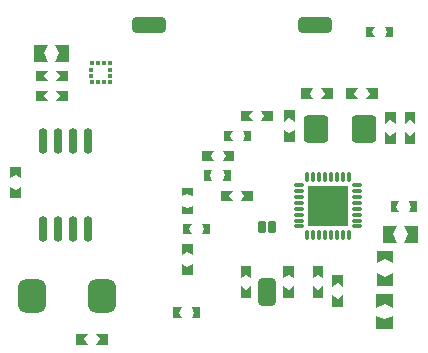
<source format=gtp>
G04 Layer_Color=8421504*
%FSLAX24Y24*%
%MOIN*%
G70*
G01*
G75*
G04:AMPARAMS|DCode=15|XSize=94.5mil|YSize=110.2mil|CornerRadius=23.6mil|HoleSize=0mil|Usage=FLASHONLY|Rotation=180.000|XOffset=0mil|YOffset=0mil|HoleType=Round|Shape=RoundedRectangle|*
%AMROUNDEDRECTD15*
21,1,0.0945,0.0630,0,0,180.0*
21,1,0.0472,0.1102,0,0,180.0*
1,1,0.0472,-0.0236,0.0315*
1,1,0.0472,0.0236,0.0315*
1,1,0.0472,0.0236,-0.0315*
1,1,0.0472,-0.0236,-0.0315*
%
%ADD15ROUNDEDRECTD15*%
%ADD16R,0.0118X0.0157*%
%ADD17R,0.0157X0.0118*%
G04:AMPARAMS|DCode=19|XSize=90.6mil|YSize=82.7mil|CornerRadius=12.4mil|HoleSize=0mil|Usage=FLASHONLY|Rotation=90.000|XOffset=0mil|YOffset=0mil|HoleType=Round|Shape=RoundedRectangle|*
%AMROUNDEDRECTD19*
21,1,0.0906,0.0579,0,0,90.0*
21,1,0.0657,0.0827,0,0,90.0*
1,1,0.0248,0.0289,0.0329*
1,1,0.0248,0.0289,-0.0329*
1,1,0.0248,-0.0289,-0.0329*
1,1,0.0248,-0.0289,0.0329*
%
%ADD19ROUNDEDRECTD19*%
%ADD20R,0.1358X0.1358*%
%ADD21O,0.0335X0.0110*%
%ADD22O,0.0110X0.0335*%
G04:AMPARAMS|DCode=25|XSize=43.3mil|YSize=23.6mil|CornerRadius=5.9mil|HoleSize=0mil|Usage=FLASHONLY|Rotation=270.000|XOffset=0mil|YOffset=0mil|HoleType=Round|Shape=RoundedRectangle|*
%AMROUNDEDRECTD25*
21,1,0.0433,0.0118,0,0,270.0*
21,1,0.0315,0.0236,0,0,270.0*
1,1,0.0118,-0.0059,-0.0157*
1,1,0.0118,-0.0059,0.0157*
1,1,0.0118,0.0059,0.0157*
1,1,0.0118,0.0059,-0.0157*
%
%ADD25ROUNDEDRECTD25*%
G04:AMPARAMS|DCode=26|XSize=94.5mil|YSize=59.1mil|CornerRadius=14.8mil|HoleSize=0mil|Usage=FLASHONLY|Rotation=270.000|XOffset=0mil|YOffset=0mil|HoleType=Round|Shape=RoundedRectangle|*
%AMROUNDEDRECTD26*
21,1,0.0945,0.0295,0,0,270.0*
21,1,0.0650,0.0591,0,0,270.0*
1,1,0.0295,-0.0148,-0.0325*
1,1,0.0295,-0.0148,0.0325*
1,1,0.0295,0.0148,0.0325*
1,1,0.0295,0.0148,-0.0325*
%
%ADD26ROUNDEDRECTD26*%
%ADD28O,0.0295X0.0850*%
G04:AMPARAMS|DCode=29|XSize=114.2mil|YSize=51.2mil|CornerRadius=12.8mil|HoleSize=0mil|Usage=FLASHONLY|Rotation=180.000|XOffset=0mil|YOffset=0mil|HoleType=Round|Shape=RoundedRectangle|*
%AMROUNDEDRECTD29*
21,1,0.1142,0.0256,0,0,180.0*
21,1,0.0886,0.0512,0,0,180.0*
1,1,0.0256,-0.0443,0.0128*
1,1,0.0256,0.0443,0.0128*
1,1,0.0256,0.0443,-0.0128*
1,1,0.0256,-0.0443,-0.0128*
%
%ADD29ROUNDEDRECTD29*%
G36*
X39675Y41358D02*
X39399D01*
X39478Y41535D01*
X39399Y41713D01*
X39675D01*
Y41358D01*
D02*
G37*
G36*
X38986Y41535D02*
X39065Y41358D01*
X38789D01*
Y41713D01*
X39065D01*
X38986Y41535D01*
D02*
G37*
G36*
X28878Y40532D02*
X28425D01*
X28553Y40817D01*
X28425Y41102D01*
X28878D01*
Y40532D01*
D02*
G37*
G36*
X28041Y40817D02*
X28169Y40532D01*
X27717D01*
Y41102D01*
X28169D01*
X28041Y40817D01*
D02*
G37*
G36*
X28848Y39892D02*
X28455D01*
X28573Y40069D01*
X28455Y40246D01*
X28848D01*
Y39892D01*
D02*
G37*
G36*
X28061Y40069D02*
X28179Y39892D01*
X27785D01*
Y40246D01*
X28179D01*
X28061Y40069D01*
D02*
G37*
G36*
X39173Y39301D02*
X38780D01*
X38898Y39478D01*
X38780Y39656D01*
X39173D01*
Y39301D01*
D02*
G37*
G36*
X38386Y39478D02*
X38504Y39301D01*
X38110D01*
Y39656D01*
X38504D01*
X38386Y39478D01*
D02*
G37*
G36*
X37687Y39301D02*
X37293D01*
X37411Y39478D01*
X37293Y39656D01*
X37687D01*
Y39301D01*
D02*
G37*
G36*
X36900Y39478D02*
X37018Y39301D01*
X36624D01*
Y39656D01*
X37018D01*
X36900Y39478D01*
D02*
G37*
G36*
X28848Y39222D02*
X28455D01*
X28573Y39400D01*
X28455Y39577D01*
X28848D01*
Y39222D01*
D02*
G37*
G36*
X28061Y39400D02*
X28179Y39222D01*
X27785D01*
Y39577D01*
X28179D01*
X28061Y39400D01*
D02*
G37*
G36*
X35669Y38553D02*
X35276D01*
X35394Y38730D01*
X35276Y38907D01*
X35669D01*
Y38553D01*
D02*
G37*
G36*
X34882Y38730D02*
X35000Y38553D01*
X34606D01*
Y38907D01*
X35000D01*
X34882Y38730D01*
D02*
G37*
G36*
X36398Y38543D02*
X36220Y38661D01*
X36043Y38543D01*
Y38937D01*
X36398D01*
Y38543D01*
D02*
G37*
G36*
X40423Y38465D02*
X40246Y38583D01*
X40069Y38465D01*
Y38858D01*
X40423D01*
Y38465D01*
D02*
G37*
G36*
X39764Y38465D02*
X39587Y38583D01*
X39409Y38465D01*
Y38858D01*
X39764D01*
Y38465D01*
D02*
G37*
G36*
X36398Y37874D02*
X36043D01*
Y38268D01*
X36220Y38150D01*
X36398Y38268D01*
Y37874D01*
D02*
G37*
G36*
X40423Y37795D02*
X40069D01*
Y38189D01*
X40246Y38071D01*
X40423Y38189D01*
Y37795D01*
D02*
G37*
G36*
X39764Y37795D02*
X39409D01*
Y38189D01*
X39587Y38071D01*
X39764Y38189D01*
Y37795D01*
D02*
G37*
G36*
X34941Y37884D02*
X34665D01*
X34744Y38061D01*
X34665Y38238D01*
X34941D01*
Y37884D01*
D02*
G37*
G36*
X34252Y38061D02*
X34331Y37884D01*
X34055D01*
Y38238D01*
X34331D01*
X34252Y38061D01*
D02*
G37*
G36*
X34390Y37215D02*
X33996D01*
X34114Y37392D01*
X33996Y37569D01*
X34390D01*
Y37215D01*
D02*
G37*
G36*
X33602Y37392D02*
X33720Y37215D01*
X33327D01*
Y37569D01*
X33720D01*
X33602Y37392D01*
D02*
G37*
G36*
X27274Y36654D02*
X27096Y36772D01*
X26919Y36654D01*
Y37047D01*
X27274D01*
Y36654D01*
D02*
G37*
G36*
X34272Y36575D02*
X33996D01*
X34075Y36752D01*
X33996Y36929D01*
X34272D01*
Y36575D01*
D02*
G37*
G36*
X33583Y36752D02*
X33662Y36575D01*
X33386D01*
Y36929D01*
X33662D01*
X33583Y36752D01*
D02*
G37*
G36*
X27274Y35984D02*
X26919D01*
Y36378D01*
X27096Y36260D01*
X27274Y36378D01*
Y35984D01*
D02*
G37*
G36*
X33002Y36063D02*
X32825Y36142D01*
X32648Y36063D01*
Y36339D01*
X33002D01*
Y36063D01*
D02*
G37*
G36*
X35000Y35886D02*
X34606D01*
X34724Y36063D01*
X34606Y36240D01*
X35000D01*
Y35886D01*
D02*
G37*
G36*
X34213Y36063D02*
X34331Y35886D01*
X33937D01*
Y36240D01*
X34331D01*
X34213Y36063D01*
D02*
G37*
G36*
X33002Y35453D02*
X32648D01*
Y35729D01*
X32825Y35650D01*
X33002Y35729D01*
Y35453D01*
D02*
G37*
G36*
X40482Y35531D02*
X40207D01*
X40285Y35709D01*
X40207Y35886D01*
X40482D01*
Y35531D01*
D02*
G37*
G36*
X39794Y35709D02*
X39872Y35531D01*
X39597D01*
Y35886D01*
X39872D01*
X39794Y35709D01*
D02*
G37*
G36*
X33573Y34783D02*
X33297D01*
X33376Y34961D01*
X33297Y35138D01*
X33573D01*
Y34783D01*
D02*
G37*
G36*
X32884Y34961D02*
X32963Y34783D01*
X32687D01*
Y35138D01*
X32963D01*
X32884Y34961D01*
D02*
G37*
G36*
X40512Y34508D02*
X40059D01*
X40187Y34793D01*
X40059Y35079D01*
X40512D01*
Y34508D01*
D02*
G37*
G36*
X39675Y34793D02*
X39803Y34508D01*
X39350D01*
Y35079D01*
X39803D01*
X39675Y34793D01*
D02*
G37*
G36*
X33002Y34085D02*
X32825Y34203D01*
X32648Y34085D01*
Y34478D01*
X33002D01*
Y34085D01*
D02*
G37*
G36*
X39685Y33829D02*
X39409Y33957D01*
X39134Y33829D01*
Y34242D01*
X39685D01*
Y33829D01*
D02*
G37*
G36*
X33002Y33415D02*
X32648D01*
Y33809D01*
X32825Y33691D01*
X33002Y33809D01*
Y33415D01*
D02*
G37*
G36*
X39685Y33081D02*
X39134D01*
Y33494D01*
X39409Y33366D01*
X39685Y33494D01*
Y33081D01*
D02*
G37*
G36*
X36378Y33327D02*
X36201Y33445D01*
X36024Y33327D01*
Y33720D01*
X36378D01*
Y33327D01*
D02*
G37*
G36*
X34951D02*
X34774Y33445D01*
X34596Y33327D01*
Y33720D01*
X34951D01*
Y33327D01*
D02*
G37*
G36*
X37352Y33327D02*
X37175Y33445D01*
X36998Y33327D01*
Y33720D01*
X37352D01*
Y33327D01*
D02*
G37*
G36*
X38012Y33031D02*
X37835Y33150D01*
X37657Y33031D01*
Y33425D01*
X38012D01*
Y33031D01*
D02*
G37*
G36*
X36378Y32657D02*
X36024D01*
Y33051D01*
X36201Y32933D01*
X36378Y33051D01*
Y32657D01*
D02*
G37*
G36*
X34951D02*
X34596D01*
Y33051D01*
X34774Y32933D01*
X34951Y33051D01*
Y32657D01*
D02*
G37*
G36*
X37352Y32657D02*
X36998D01*
Y33051D01*
X37175Y32933D01*
X37352Y33051D01*
Y32657D01*
D02*
G37*
G36*
X38012Y32362D02*
X37657D01*
Y32756D01*
X37835Y32638D01*
X38012Y32756D01*
Y32362D01*
D02*
G37*
G36*
X39695Y32333D02*
X39409Y32461D01*
X39124Y32333D01*
Y32785D01*
X39695D01*
Y32333D01*
D02*
G37*
G36*
X33248Y31998D02*
X32972D01*
X33051Y32175D01*
X32972Y32352D01*
X33248D01*
Y31998D01*
D02*
G37*
G36*
X32559Y32175D02*
X32638Y31998D01*
X32362D01*
Y32352D01*
X32638D01*
X32559Y32175D01*
D02*
G37*
G36*
X39695Y31624D02*
X39124D01*
Y32077D01*
X39409Y31949D01*
X39695Y32077D01*
Y31624D01*
D02*
G37*
G36*
X30177Y31112D02*
X29783D01*
X29902Y31289D01*
X29783Y31467D01*
X30177D01*
Y31112D01*
D02*
G37*
G36*
X29390Y31289D02*
X29508Y31112D01*
X29114D01*
Y31467D01*
X29508D01*
X29390Y31289D01*
D02*
G37*
D15*
X29989Y32717D02*
D03*
X27629D02*
D03*
D16*
X30236Y40492D02*
D03*
X30039D02*
D03*
X29843D02*
D03*
X29646D02*
D03*
Y39862D02*
D03*
X29843D02*
D03*
X30039D02*
D03*
X30236D02*
D03*
D17*
X29626Y40276D02*
D03*
Y40079D02*
D03*
X30256D02*
D03*
Y40276D02*
D03*
D19*
X37126Y38307D02*
D03*
X38701D02*
D03*
D20*
X37510Y35738D02*
D03*
D21*
X36535Y36427D02*
D03*
Y36230D02*
D03*
Y36033D02*
D03*
Y35837D02*
D03*
Y35640D02*
D03*
Y35443D02*
D03*
Y35246D02*
D03*
Y35049D02*
D03*
X38484D02*
D03*
Y35246D02*
D03*
Y35443D02*
D03*
Y35640D02*
D03*
Y35837D02*
D03*
Y36033D02*
D03*
Y36230D02*
D03*
Y36427D02*
D03*
D22*
X36821Y34764D02*
D03*
X37018D02*
D03*
X37215D02*
D03*
X37411D02*
D03*
X37608D02*
D03*
X37805D02*
D03*
X38002D02*
D03*
X38199D02*
D03*
Y36713D02*
D03*
X38002D02*
D03*
X37805D02*
D03*
X37608D02*
D03*
X37411D02*
D03*
X37215D02*
D03*
X37018D02*
D03*
X36821D02*
D03*
D25*
X35305Y35039D02*
D03*
X35659D02*
D03*
D26*
X35482Y32854D02*
D03*
D28*
X29502Y34961D02*
D03*
X28502D02*
D03*
X28002D02*
D03*
X29502Y37911D02*
D03*
X28502D02*
D03*
X28002D02*
D03*
X29002Y34961D02*
D03*
Y37911D02*
D03*
D29*
X31535Y41752D02*
D03*
X37087D02*
D03*
M02*

</source>
